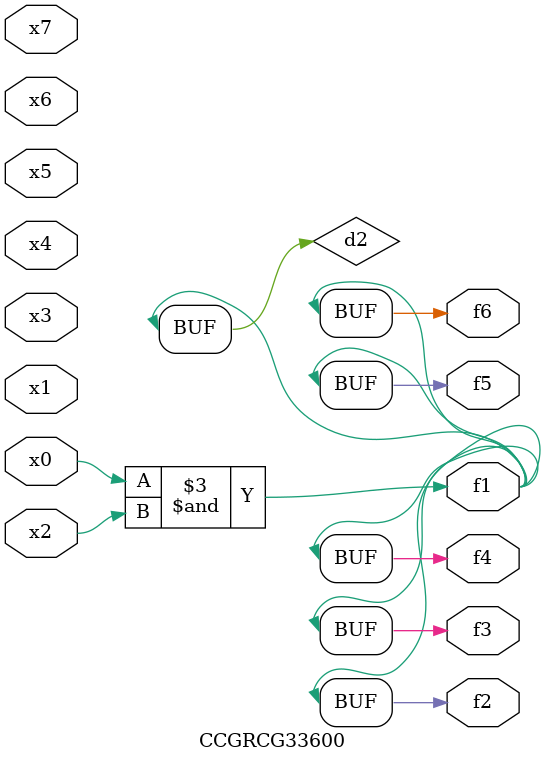
<source format=v>
module CCGRCG33600(
	input x0, x1, x2, x3, x4, x5, x6, x7,
	output f1, f2, f3, f4, f5, f6
);

	wire d1, d2;

	nor (d1, x3, x6);
	and (d2, x0, x2);
	assign f1 = d2;
	assign f2 = d2;
	assign f3 = d2;
	assign f4 = d2;
	assign f5 = d2;
	assign f6 = d2;
endmodule

</source>
